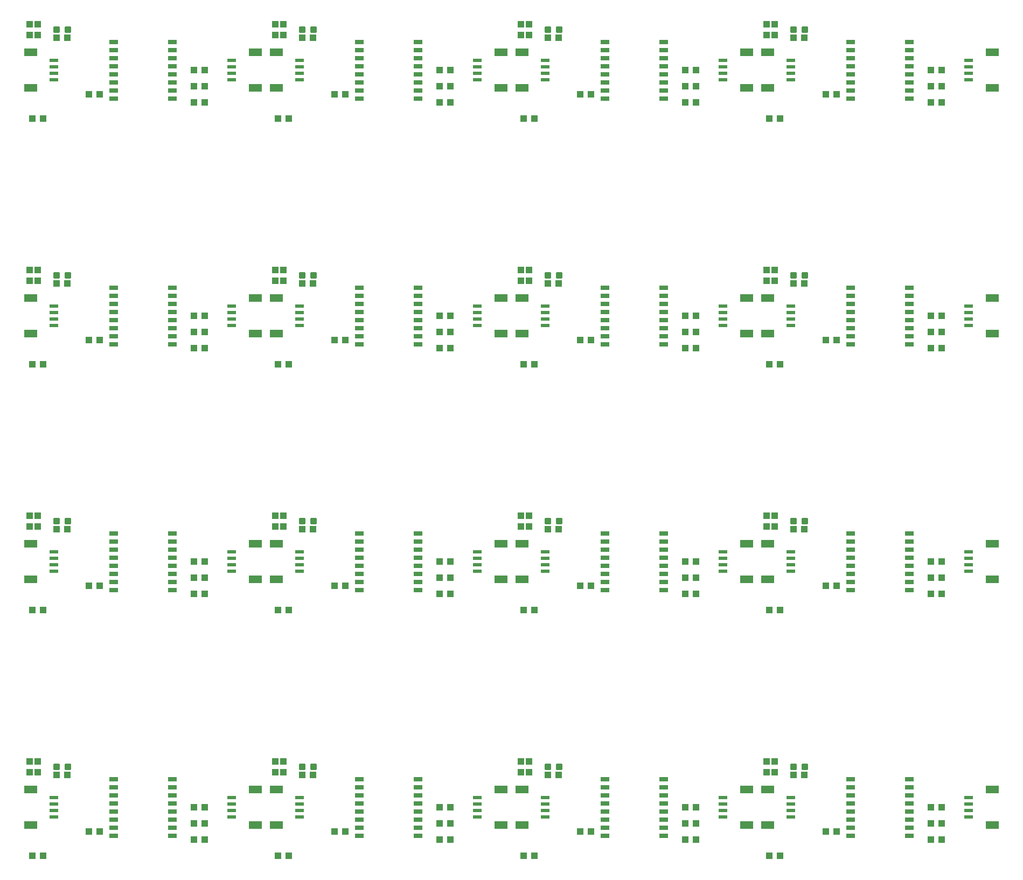
<source format=gtp>
G04 EAGLE Gerber RS-274X export*
G75*
%MOMM*%
%FSLAX34Y34*%
%LPD*%
%INSolderpaste Top*%
%IPPOS*%
%AMOC8*
5,1,8,0,0,1.08239X$1,22.5*%
G01*
%ADD10R,2.000000X1.200000*%
%ADD11R,1.350000X0.600000*%
%ADD12R,1.100000X1.000000*%
%ADD13R,1.000000X1.100000*%
%ADD14R,1.397000X0.647700*%
%ADD15C,0.300000*%


D10*
X14050Y218500D03*
X14050Y162500D03*
D11*
X50800Y205500D03*
X50800Y195500D03*
X50800Y185500D03*
X50800Y175500D03*
D12*
X122800Y152400D03*
X105800Y152400D03*
D10*
X366950Y162500D03*
X366950Y218500D03*
D11*
X330200Y175500D03*
X330200Y185500D03*
X330200Y195500D03*
X330200Y205500D03*
D13*
X25400Y245500D03*
X25400Y262500D03*
X12700Y245500D03*
X12700Y262500D03*
D14*
X237000Y184150D03*
X237000Y171450D03*
X237000Y158750D03*
X237000Y146050D03*
X237000Y234950D03*
X237000Y222250D03*
X237000Y209550D03*
X237000Y196850D03*
X144000Y184150D03*
X144000Y171450D03*
X144000Y158750D03*
X144000Y146050D03*
X144000Y234950D03*
X144000Y222250D03*
X144000Y209550D03*
X144000Y196850D03*
D12*
X287900Y190500D03*
X270900Y190500D03*
X287900Y165100D03*
X270900Y165100D03*
X287900Y139700D03*
X270900Y139700D03*
X16900Y114300D03*
X33900Y114300D03*
X55000Y241300D03*
X72000Y241300D03*
D15*
X68770Y250500D02*
X68770Y257500D01*
X75770Y257500D01*
X75770Y250500D01*
X68770Y250500D01*
X68770Y253350D02*
X75770Y253350D01*
X75770Y256200D02*
X68770Y256200D01*
X51230Y257500D02*
X51230Y250500D01*
X51230Y257500D02*
X58230Y257500D01*
X58230Y250500D01*
X51230Y250500D01*
X51230Y253350D02*
X58230Y253350D01*
X58230Y256200D02*
X51230Y256200D01*
D10*
X400130Y218500D03*
X400130Y162500D03*
D11*
X436880Y205500D03*
X436880Y195500D03*
X436880Y185500D03*
X436880Y175500D03*
D12*
X508880Y152400D03*
X491880Y152400D03*
D10*
X753030Y162500D03*
X753030Y218500D03*
D11*
X716280Y175500D03*
X716280Y185500D03*
X716280Y195500D03*
X716280Y205500D03*
D13*
X411480Y245500D03*
X411480Y262500D03*
X398780Y245500D03*
X398780Y262500D03*
D14*
X623080Y184150D03*
X623080Y171450D03*
X623080Y158750D03*
X623080Y146050D03*
X623080Y234950D03*
X623080Y222250D03*
X623080Y209550D03*
X623080Y196850D03*
X530080Y184150D03*
X530080Y171450D03*
X530080Y158750D03*
X530080Y146050D03*
X530080Y234950D03*
X530080Y222250D03*
X530080Y209550D03*
X530080Y196850D03*
D12*
X673980Y190500D03*
X656980Y190500D03*
X673980Y165100D03*
X656980Y165100D03*
X673980Y139700D03*
X656980Y139700D03*
X402980Y114300D03*
X419980Y114300D03*
X441080Y241300D03*
X458080Y241300D03*
D15*
X454850Y250500D02*
X454850Y257500D01*
X461850Y257500D01*
X461850Y250500D01*
X454850Y250500D01*
X454850Y253350D02*
X461850Y253350D01*
X461850Y256200D02*
X454850Y256200D01*
X437310Y257500D02*
X437310Y250500D01*
X437310Y257500D02*
X444310Y257500D01*
X444310Y250500D01*
X437310Y250500D01*
X437310Y253350D02*
X444310Y253350D01*
X444310Y256200D02*
X437310Y256200D01*
D10*
X786210Y218500D03*
X786210Y162500D03*
D11*
X822960Y205500D03*
X822960Y195500D03*
X822960Y185500D03*
X822960Y175500D03*
D12*
X894960Y152400D03*
X877960Y152400D03*
D10*
X1139110Y162500D03*
X1139110Y218500D03*
D11*
X1102360Y175500D03*
X1102360Y185500D03*
X1102360Y195500D03*
X1102360Y205500D03*
D13*
X797560Y245500D03*
X797560Y262500D03*
X784860Y245500D03*
X784860Y262500D03*
D14*
X1009160Y184150D03*
X1009160Y171450D03*
X1009160Y158750D03*
X1009160Y146050D03*
X1009160Y234950D03*
X1009160Y222250D03*
X1009160Y209550D03*
X1009160Y196850D03*
X916160Y184150D03*
X916160Y171450D03*
X916160Y158750D03*
X916160Y146050D03*
X916160Y234950D03*
X916160Y222250D03*
X916160Y209550D03*
X916160Y196850D03*
D12*
X1060060Y190500D03*
X1043060Y190500D03*
X1060060Y165100D03*
X1043060Y165100D03*
X1060060Y139700D03*
X1043060Y139700D03*
X789060Y114300D03*
X806060Y114300D03*
X827160Y241300D03*
X844160Y241300D03*
D15*
X840930Y250500D02*
X840930Y257500D01*
X847930Y257500D01*
X847930Y250500D01*
X840930Y250500D01*
X840930Y253350D02*
X847930Y253350D01*
X847930Y256200D02*
X840930Y256200D01*
X823390Y257500D02*
X823390Y250500D01*
X823390Y257500D02*
X830390Y257500D01*
X830390Y250500D01*
X823390Y250500D01*
X823390Y253350D02*
X830390Y253350D01*
X830390Y256200D02*
X823390Y256200D01*
D10*
X1172290Y218500D03*
X1172290Y162500D03*
D11*
X1209040Y205500D03*
X1209040Y195500D03*
X1209040Y185500D03*
X1209040Y175500D03*
D12*
X1281040Y152400D03*
X1264040Y152400D03*
D10*
X1525190Y162500D03*
X1525190Y218500D03*
D11*
X1488440Y175500D03*
X1488440Y185500D03*
X1488440Y195500D03*
X1488440Y205500D03*
D13*
X1183640Y245500D03*
X1183640Y262500D03*
X1170940Y245500D03*
X1170940Y262500D03*
D14*
X1395240Y184150D03*
X1395240Y171450D03*
X1395240Y158750D03*
X1395240Y146050D03*
X1395240Y234950D03*
X1395240Y222250D03*
X1395240Y209550D03*
X1395240Y196850D03*
X1302240Y184150D03*
X1302240Y171450D03*
X1302240Y158750D03*
X1302240Y146050D03*
X1302240Y234950D03*
X1302240Y222250D03*
X1302240Y209550D03*
X1302240Y196850D03*
D12*
X1446140Y190500D03*
X1429140Y190500D03*
X1446140Y165100D03*
X1429140Y165100D03*
X1446140Y139700D03*
X1429140Y139700D03*
X1175140Y114300D03*
X1192140Y114300D03*
X1213240Y241300D03*
X1230240Y241300D03*
D15*
X1227010Y250500D02*
X1227010Y257500D01*
X1234010Y257500D01*
X1234010Y250500D01*
X1227010Y250500D01*
X1227010Y253350D02*
X1234010Y253350D01*
X1234010Y256200D02*
X1227010Y256200D01*
X1209470Y257500D02*
X1209470Y250500D01*
X1209470Y257500D02*
X1216470Y257500D01*
X1216470Y250500D01*
X1209470Y250500D01*
X1209470Y253350D02*
X1216470Y253350D01*
X1216470Y256200D02*
X1209470Y256200D01*
D10*
X14050Y604580D03*
X14050Y548580D03*
D11*
X50800Y591580D03*
X50800Y581580D03*
X50800Y571580D03*
X50800Y561580D03*
D12*
X122800Y538480D03*
X105800Y538480D03*
D10*
X366950Y548580D03*
X366950Y604580D03*
D11*
X330200Y561580D03*
X330200Y571580D03*
X330200Y581580D03*
X330200Y591580D03*
D13*
X25400Y631580D03*
X25400Y648580D03*
X12700Y631580D03*
X12700Y648580D03*
D14*
X237000Y570230D03*
X237000Y557530D03*
X237000Y544830D03*
X237000Y532130D03*
X237000Y621030D03*
X237000Y608330D03*
X237000Y595630D03*
X237000Y582930D03*
X144000Y570230D03*
X144000Y557530D03*
X144000Y544830D03*
X144000Y532130D03*
X144000Y621030D03*
X144000Y608330D03*
X144000Y595630D03*
X144000Y582930D03*
D12*
X287900Y576580D03*
X270900Y576580D03*
X287900Y551180D03*
X270900Y551180D03*
X287900Y525780D03*
X270900Y525780D03*
X16900Y500380D03*
X33900Y500380D03*
X55000Y627380D03*
X72000Y627380D03*
D15*
X68770Y636580D02*
X68770Y643580D01*
X75770Y643580D01*
X75770Y636580D01*
X68770Y636580D01*
X68770Y639430D02*
X75770Y639430D01*
X75770Y642280D02*
X68770Y642280D01*
X51230Y643580D02*
X51230Y636580D01*
X51230Y643580D02*
X58230Y643580D01*
X58230Y636580D01*
X51230Y636580D01*
X51230Y639430D02*
X58230Y639430D01*
X58230Y642280D02*
X51230Y642280D01*
D10*
X400130Y604580D03*
X400130Y548580D03*
D11*
X436880Y591580D03*
X436880Y581580D03*
X436880Y571580D03*
X436880Y561580D03*
D12*
X508880Y538480D03*
X491880Y538480D03*
D10*
X753030Y548580D03*
X753030Y604580D03*
D11*
X716280Y561580D03*
X716280Y571580D03*
X716280Y581580D03*
X716280Y591580D03*
D13*
X411480Y631580D03*
X411480Y648580D03*
X398780Y631580D03*
X398780Y648580D03*
D14*
X623080Y570230D03*
X623080Y557530D03*
X623080Y544830D03*
X623080Y532130D03*
X623080Y621030D03*
X623080Y608330D03*
X623080Y595630D03*
X623080Y582930D03*
X530080Y570230D03*
X530080Y557530D03*
X530080Y544830D03*
X530080Y532130D03*
X530080Y621030D03*
X530080Y608330D03*
X530080Y595630D03*
X530080Y582930D03*
D12*
X673980Y576580D03*
X656980Y576580D03*
X673980Y551180D03*
X656980Y551180D03*
X673980Y525780D03*
X656980Y525780D03*
X402980Y500380D03*
X419980Y500380D03*
X441080Y627380D03*
X458080Y627380D03*
D15*
X454850Y636580D02*
X454850Y643580D01*
X461850Y643580D01*
X461850Y636580D01*
X454850Y636580D01*
X454850Y639430D02*
X461850Y639430D01*
X461850Y642280D02*
X454850Y642280D01*
X437310Y643580D02*
X437310Y636580D01*
X437310Y643580D02*
X444310Y643580D01*
X444310Y636580D01*
X437310Y636580D01*
X437310Y639430D02*
X444310Y639430D01*
X444310Y642280D02*
X437310Y642280D01*
D10*
X786210Y604580D03*
X786210Y548580D03*
D11*
X822960Y591580D03*
X822960Y581580D03*
X822960Y571580D03*
X822960Y561580D03*
D12*
X894960Y538480D03*
X877960Y538480D03*
D10*
X1139110Y548580D03*
X1139110Y604580D03*
D11*
X1102360Y561580D03*
X1102360Y571580D03*
X1102360Y581580D03*
X1102360Y591580D03*
D13*
X797560Y631580D03*
X797560Y648580D03*
X784860Y631580D03*
X784860Y648580D03*
D14*
X1009160Y570230D03*
X1009160Y557530D03*
X1009160Y544830D03*
X1009160Y532130D03*
X1009160Y621030D03*
X1009160Y608330D03*
X1009160Y595630D03*
X1009160Y582930D03*
X916160Y570230D03*
X916160Y557530D03*
X916160Y544830D03*
X916160Y532130D03*
X916160Y621030D03*
X916160Y608330D03*
X916160Y595630D03*
X916160Y582930D03*
D12*
X1060060Y576580D03*
X1043060Y576580D03*
X1060060Y551180D03*
X1043060Y551180D03*
X1060060Y525780D03*
X1043060Y525780D03*
X789060Y500380D03*
X806060Y500380D03*
X827160Y627380D03*
X844160Y627380D03*
D15*
X840930Y636580D02*
X840930Y643580D01*
X847930Y643580D01*
X847930Y636580D01*
X840930Y636580D01*
X840930Y639430D02*
X847930Y639430D01*
X847930Y642280D02*
X840930Y642280D01*
X823390Y643580D02*
X823390Y636580D01*
X823390Y643580D02*
X830390Y643580D01*
X830390Y636580D01*
X823390Y636580D01*
X823390Y639430D02*
X830390Y639430D01*
X830390Y642280D02*
X823390Y642280D01*
D10*
X1172290Y604580D03*
X1172290Y548580D03*
D11*
X1209040Y591580D03*
X1209040Y581580D03*
X1209040Y571580D03*
X1209040Y561580D03*
D12*
X1281040Y538480D03*
X1264040Y538480D03*
D10*
X1525190Y548580D03*
X1525190Y604580D03*
D11*
X1488440Y561580D03*
X1488440Y571580D03*
X1488440Y581580D03*
X1488440Y591580D03*
D13*
X1183640Y631580D03*
X1183640Y648580D03*
X1170940Y631580D03*
X1170940Y648580D03*
D14*
X1395240Y570230D03*
X1395240Y557530D03*
X1395240Y544830D03*
X1395240Y532130D03*
X1395240Y621030D03*
X1395240Y608330D03*
X1395240Y595630D03*
X1395240Y582930D03*
X1302240Y570230D03*
X1302240Y557530D03*
X1302240Y544830D03*
X1302240Y532130D03*
X1302240Y621030D03*
X1302240Y608330D03*
X1302240Y595630D03*
X1302240Y582930D03*
D12*
X1446140Y576580D03*
X1429140Y576580D03*
X1446140Y551180D03*
X1429140Y551180D03*
X1446140Y525780D03*
X1429140Y525780D03*
X1175140Y500380D03*
X1192140Y500380D03*
X1213240Y627380D03*
X1230240Y627380D03*
D15*
X1227010Y636580D02*
X1227010Y643580D01*
X1234010Y643580D01*
X1234010Y636580D01*
X1227010Y636580D01*
X1227010Y639430D02*
X1234010Y639430D01*
X1234010Y642280D02*
X1227010Y642280D01*
X1209470Y643580D02*
X1209470Y636580D01*
X1209470Y643580D02*
X1216470Y643580D01*
X1216470Y636580D01*
X1209470Y636580D01*
X1209470Y639430D02*
X1216470Y639430D01*
X1216470Y642280D02*
X1209470Y642280D01*
D10*
X14050Y990660D03*
X14050Y934660D03*
D11*
X50800Y977660D03*
X50800Y967660D03*
X50800Y957660D03*
X50800Y947660D03*
D12*
X122800Y924560D03*
X105800Y924560D03*
D10*
X366950Y934660D03*
X366950Y990660D03*
D11*
X330200Y947660D03*
X330200Y957660D03*
X330200Y967660D03*
X330200Y977660D03*
D13*
X25400Y1017660D03*
X25400Y1034660D03*
X12700Y1017660D03*
X12700Y1034660D03*
D14*
X237000Y956310D03*
X237000Y943610D03*
X237000Y930910D03*
X237000Y918210D03*
X237000Y1007110D03*
X237000Y994410D03*
X237000Y981710D03*
X237000Y969010D03*
X144000Y956310D03*
X144000Y943610D03*
X144000Y930910D03*
X144000Y918210D03*
X144000Y1007110D03*
X144000Y994410D03*
X144000Y981710D03*
X144000Y969010D03*
D12*
X287900Y962660D03*
X270900Y962660D03*
X287900Y937260D03*
X270900Y937260D03*
X287900Y911860D03*
X270900Y911860D03*
X16900Y886460D03*
X33900Y886460D03*
X55000Y1013460D03*
X72000Y1013460D03*
D15*
X68770Y1022660D02*
X68770Y1029660D01*
X75770Y1029660D01*
X75770Y1022660D01*
X68770Y1022660D01*
X68770Y1025510D02*
X75770Y1025510D01*
X75770Y1028360D02*
X68770Y1028360D01*
X51230Y1029660D02*
X51230Y1022660D01*
X51230Y1029660D02*
X58230Y1029660D01*
X58230Y1022660D01*
X51230Y1022660D01*
X51230Y1025510D02*
X58230Y1025510D01*
X58230Y1028360D02*
X51230Y1028360D01*
D10*
X400130Y990660D03*
X400130Y934660D03*
D11*
X436880Y977660D03*
X436880Y967660D03*
X436880Y957660D03*
X436880Y947660D03*
D12*
X508880Y924560D03*
X491880Y924560D03*
D10*
X753030Y934660D03*
X753030Y990660D03*
D11*
X716280Y947660D03*
X716280Y957660D03*
X716280Y967660D03*
X716280Y977660D03*
D13*
X411480Y1017660D03*
X411480Y1034660D03*
X398780Y1017660D03*
X398780Y1034660D03*
D14*
X623080Y956310D03*
X623080Y943610D03*
X623080Y930910D03*
X623080Y918210D03*
X623080Y1007110D03*
X623080Y994410D03*
X623080Y981710D03*
X623080Y969010D03*
X530080Y956310D03*
X530080Y943610D03*
X530080Y930910D03*
X530080Y918210D03*
X530080Y1007110D03*
X530080Y994410D03*
X530080Y981710D03*
X530080Y969010D03*
D12*
X673980Y962660D03*
X656980Y962660D03*
X673980Y937260D03*
X656980Y937260D03*
X673980Y911860D03*
X656980Y911860D03*
X402980Y886460D03*
X419980Y886460D03*
X441080Y1013460D03*
X458080Y1013460D03*
D15*
X454850Y1022660D02*
X454850Y1029660D01*
X461850Y1029660D01*
X461850Y1022660D01*
X454850Y1022660D01*
X454850Y1025510D02*
X461850Y1025510D01*
X461850Y1028360D02*
X454850Y1028360D01*
X437310Y1029660D02*
X437310Y1022660D01*
X437310Y1029660D02*
X444310Y1029660D01*
X444310Y1022660D01*
X437310Y1022660D01*
X437310Y1025510D02*
X444310Y1025510D01*
X444310Y1028360D02*
X437310Y1028360D01*
D10*
X786210Y990660D03*
X786210Y934660D03*
D11*
X822960Y977660D03*
X822960Y967660D03*
X822960Y957660D03*
X822960Y947660D03*
D12*
X894960Y924560D03*
X877960Y924560D03*
D10*
X1139110Y934660D03*
X1139110Y990660D03*
D11*
X1102360Y947660D03*
X1102360Y957660D03*
X1102360Y967660D03*
X1102360Y977660D03*
D13*
X797560Y1017660D03*
X797560Y1034660D03*
X784860Y1017660D03*
X784860Y1034660D03*
D14*
X1009160Y956310D03*
X1009160Y943610D03*
X1009160Y930910D03*
X1009160Y918210D03*
X1009160Y1007110D03*
X1009160Y994410D03*
X1009160Y981710D03*
X1009160Y969010D03*
X916160Y956310D03*
X916160Y943610D03*
X916160Y930910D03*
X916160Y918210D03*
X916160Y1007110D03*
X916160Y994410D03*
X916160Y981710D03*
X916160Y969010D03*
D12*
X1060060Y962660D03*
X1043060Y962660D03*
X1060060Y937260D03*
X1043060Y937260D03*
X1060060Y911860D03*
X1043060Y911860D03*
X789060Y886460D03*
X806060Y886460D03*
X827160Y1013460D03*
X844160Y1013460D03*
D15*
X840930Y1022660D02*
X840930Y1029660D01*
X847930Y1029660D01*
X847930Y1022660D01*
X840930Y1022660D01*
X840930Y1025510D02*
X847930Y1025510D01*
X847930Y1028360D02*
X840930Y1028360D01*
X823390Y1029660D02*
X823390Y1022660D01*
X823390Y1029660D02*
X830390Y1029660D01*
X830390Y1022660D01*
X823390Y1022660D01*
X823390Y1025510D02*
X830390Y1025510D01*
X830390Y1028360D02*
X823390Y1028360D01*
D10*
X1172290Y990660D03*
X1172290Y934660D03*
D11*
X1209040Y977660D03*
X1209040Y967660D03*
X1209040Y957660D03*
X1209040Y947660D03*
D12*
X1281040Y924560D03*
X1264040Y924560D03*
D10*
X1525190Y934660D03*
X1525190Y990660D03*
D11*
X1488440Y947660D03*
X1488440Y957660D03*
X1488440Y967660D03*
X1488440Y977660D03*
D13*
X1183640Y1017660D03*
X1183640Y1034660D03*
X1170940Y1017660D03*
X1170940Y1034660D03*
D14*
X1395240Y956310D03*
X1395240Y943610D03*
X1395240Y930910D03*
X1395240Y918210D03*
X1395240Y1007110D03*
X1395240Y994410D03*
X1395240Y981710D03*
X1395240Y969010D03*
X1302240Y956310D03*
X1302240Y943610D03*
X1302240Y930910D03*
X1302240Y918210D03*
X1302240Y1007110D03*
X1302240Y994410D03*
X1302240Y981710D03*
X1302240Y969010D03*
D12*
X1446140Y962660D03*
X1429140Y962660D03*
X1446140Y937260D03*
X1429140Y937260D03*
X1446140Y911860D03*
X1429140Y911860D03*
X1175140Y886460D03*
X1192140Y886460D03*
X1213240Y1013460D03*
X1230240Y1013460D03*
D15*
X1227010Y1022660D02*
X1227010Y1029660D01*
X1234010Y1029660D01*
X1234010Y1022660D01*
X1227010Y1022660D01*
X1227010Y1025510D02*
X1234010Y1025510D01*
X1234010Y1028360D02*
X1227010Y1028360D01*
X1209470Y1029660D02*
X1209470Y1022660D01*
X1209470Y1029660D02*
X1216470Y1029660D01*
X1216470Y1022660D01*
X1209470Y1022660D01*
X1209470Y1025510D02*
X1216470Y1025510D01*
X1216470Y1028360D02*
X1209470Y1028360D01*
D10*
X14050Y1376740D03*
X14050Y1320740D03*
D11*
X50800Y1363740D03*
X50800Y1353740D03*
X50800Y1343740D03*
X50800Y1333740D03*
D12*
X122800Y1310640D03*
X105800Y1310640D03*
D10*
X366950Y1320740D03*
X366950Y1376740D03*
D11*
X330200Y1333740D03*
X330200Y1343740D03*
X330200Y1353740D03*
X330200Y1363740D03*
D13*
X25400Y1403740D03*
X25400Y1420740D03*
X12700Y1403740D03*
X12700Y1420740D03*
D14*
X237000Y1342390D03*
X237000Y1329690D03*
X237000Y1316990D03*
X237000Y1304290D03*
X237000Y1393190D03*
X237000Y1380490D03*
X237000Y1367790D03*
X237000Y1355090D03*
X144000Y1342390D03*
X144000Y1329690D03*
X144000Y1316990D03*
X144000Y1304290D03*
X144000Y1393190D03*
X144000Y1380490D03*
X144000Y1367790D03*
X144000Y1355090D03*
D12*
X287900Y1348740D03*
X270900Y1348740D03*
X287900Y1323340D03*
X270900Y1323340D03*
X287900Y1297940D03*
X270900Y1297940D03*
X16900Y1272540D03*
X33900Y1272540D03*
X55000Y1399540D03*
X72000Y1399540D03*
D15*
X68770Y1408740D02*
X68770Y1415740D01*
X75770Y1415740D01*
X75770Y1408740D01*
X68770Y1408740D01*
X68770Y1411590D02*
X75770Y1411590D01*
X75770Y1414440D02*
X68770Y1414440D01*
X51230Y1415740D02*
X51230Y1408740D01*
X51230Y1415740D02*
X58230Y1415740D01*
X58230Y1408740D01*
X51230Y1408740D01*
X51230Y1411590D02*
X58230Y1411590D01*
X58230Y1414440D02*
X51230Y1414440D01*
D10*
X400130Y1376740D03*
X400130Y1320740D03*
D11*
X436880Y1363740D03*
X436880Y1353740D03*
X436880Y1343740D03*
X436880Y1333740D03*
D12*
X508880Y1310640D03*
X491880Y1310640D03*
D10*
X753030Y1320740D03*
X753030Y1376740D03*
D11*
X716280Y1333740D03*
X716280Y1343740D03*
X716280Y1353740D03*
X716280Y1363740D03*
D13*
X411480Y1403740D03*
X411480Y1420740D03*
X398780Y1403740D03*
X398780Y1420740D03*
D14*
X623080Y1342390D03*
X623080Y1329690D03*
X623080Y1316990D03*
X623080Y1304290D03*
X623080Y1393190D03*
X623080Y1380490D03*
X623080Y1367790D03*
X623080Y1355090D03*
X530080Y1342390D03*
X530080Y1329690D03*
X530080Y1316990D03*
X530080Y1304290D03*
X530080Y1393190D03*
X530080Y1380490D03*
X530080Y1367790D03*
X530080Y1355090D03*
D12*
X673980Y1348740D03*
X656980Y1348740D03*
X673980Y1323340D03*
X656980Y1323340D03*
X673980Y1297940D03*
X656980Y1297940D03*
X402980Y1272540D03*
X419980Y1272540D03*
X441080Y1399540D03*
X458080Y1399540D03*
D15*
X454850Y1408740D02*
X454850Y1415740D01*
X461850Y1415740D01*
X461850Y1408740D01*
X454850Y1408740D01*
X454850Y1411590D02*
X461850Y1411590D01*
X461850Y1414440D02*
X454850Y1414440D01*
X437310Y1415740D02*
X437310Y1408740D01*
X437310Y1415740D02*
X444310Y1415740D01*
X444310Y1408740D01*
X437310Y1408740D01*
X437310Y1411590D02*
X444310Y1411590D01*
X444310Y1414440D02*
X437310Y1414440D01*
D10*
X786210Y1376740D03*
X786210Y1320740D03*
D11*
X822960Y1363740D03*
X822960Y1353740D03*
X822960Y1343740D03*
X822960Y1333740D03*
D12*
X894960Y1310640D03*
X877960Y1310640D03*
D10*
X1139110Y1320740D03*
X1139110Y1376740D03*
D11*
X1102360Y1333740D03*
X1102360Y1343740D03*
X1102360Y1353740D03*
X1102360Y1363740D03*
D13*
X797560Y1403740D03*
X797560Y1420740D03*
X784860Y1403740D03*
X784860Y1420740D03*
D14*
X1009160Y1342390D03*
X1009160Y1329690D03*
X1009160Y1316990D03*
X1009160Y1304290D03*
X1009160Y1393190D03*
X1009160Y1380490D03*
X1009160Y1367790D03*
X1009160Y1355090D03*
X916160Y1342390D03*
X916160Y1329690D03*
X916160Y1316990D03*
X916160Y1304290D03*
X916160Y1393190D03*
X916160Y1380490D03*
X916160Y1367790D03*
X916160Y1355090D03*
D12*
X1060060Y1348740D03*
X1043060Y1348740D03*
X1060060Y1323340D03*
X1043060Y1323340D03*
X1060060Y1297940D03*
X1043060Y1297940D03*
X789060Y1272540D03*
X806060Y1272540D03*
X827160Y1399540D03*
X844160Y1399540D03*
D15*
X840930Y1408740D02*
X840930Y1415740D01*
X847930Y1415740D01*
X847930Y1408740D01*
X840930Y1408740D01*
X840930Y1411590D02*
X847930Y1411590D01*
X847930Y1414440D02*
X840930Y1414440D01*
X823390Y1415740D02*
X823390Y1408740D01*
X823390Y1415740D02*
X830390Y1415740D01*
X830390Y1408740D01*
X823390Y1408740D01*
X823390Y1411590D02*
X830390Y1411590D01*
X830390Y1414440D02*
X823390Y1414440D01*
D10*
X1172290Y1376740D03*
X1172290Y1320740D03*
D11*
X1209040Y1363740D03*
X1209040Y1353740D03*
X1209040Y1343740D03*
X1209040Y1333740D03*
D12*
X1281040Y1310640D03*
X1264040Y1310640D03*
D10*
X1525190Y1320740D03*
X1525190Y1376740D03*
D11*
X1488440Y1333740D03*
X1488440Y1343740D03*
X1488440Y1353740D03*
X1488440Y1363740D03*
D13*
X1183640Y1403740D03*
X1183640Y1420740D03*
X1170940Y1403740D03*
X1170940Y1420740D03*
D14*
X1395240Y1342390D03*
X1395240Y1329690D03*
X1395240Y1316990D03*
X1395240Y1304290D03*
X1395240Y1393190D03*
X1395240Y1380490D03*
X1395240Y1367790D03*
X1395240Y1355090D03*
X1302240Y1342390D03*
X1302240Y1329690D03*
X1302240Y1316990D03*
X1302240Y1304290D03*
X1302240Y1393190D03*
X1302240Y1380490D03*
X1302240Y1367790D03*
X1302240Y1355090D03*
D12*
X1446140Y1348740D03*
X1429140Y1348740D03*
X1446140Y1323340D03*
X1429140Y1323340D03*
X1446140Y1297940D03*
X1429140Y1297940D03*
X1175140Y1272540D03*
X1192140Y1272540D03*
X1213240Y1399540D03*
X1230240Y1399540D03*
D15*
X1227010Y1408740D02*
X1227010Y1415740D01*
X1234010Y1415740D01*
X1234010Y1408740D01*
X1227010Y1408740D01*
X1227010Y1411590D02*
X1234010Y1411590D01*
X1234010Y1414440D02*
X1227010Y1414440D01*
X1209470Y1415740D02*
X1209470Y1408740D01*
X1209470Y1415740D02*
X1216470Y1415740D01*
X1216470Y1408740D01*
X1209470Y1408740D01*
X1209470Y1411590D02*
X1216470Y1411590D01*
X1216470Y1414440D02*
X1209470Y1414440D01*
M02*

</source>
